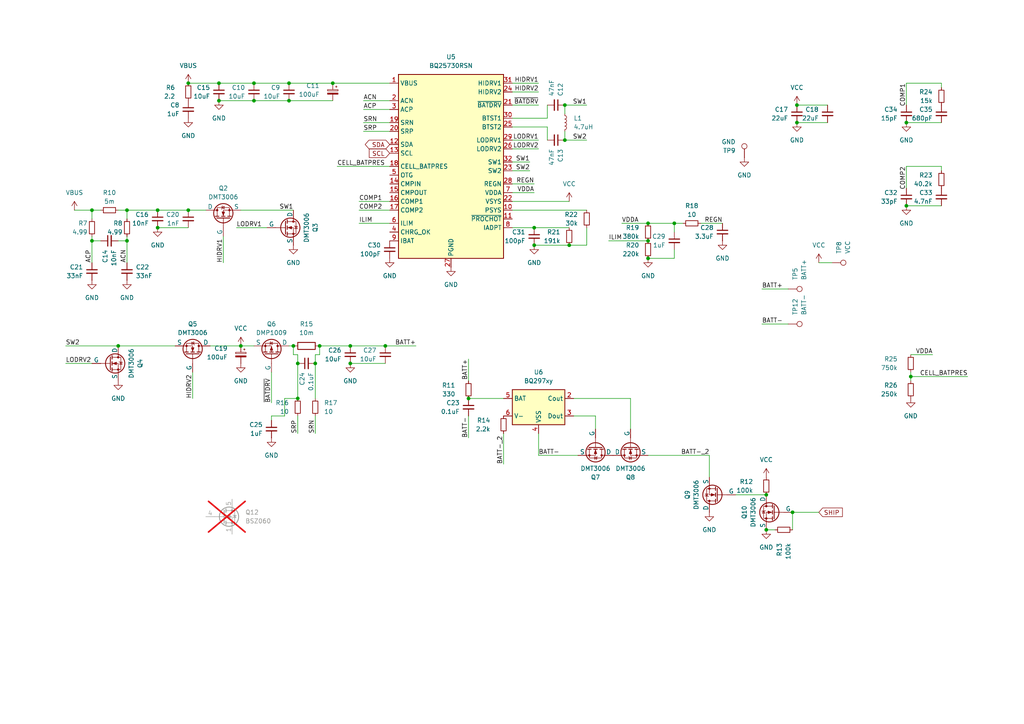
<source format=kicad_sch>
(kicad_sch (version 20250114) (generator "eeschema") (generator_version "9.0")
  (paper "A4")
  (lib_symbols
    (symbol "BQ25895RTW_1"
      (property "Reference" "U7" (at 0 31.75 0))
      (property "Value" "BQ25730RSN" (at 0 29.21 0))
      (symbol "BQ25895RTW_1_1_1"
        (pin power_in line (at -17.78 24.13 0) (length 2.54) (name "VBUS") (number "1"))
        (pin input line (at -17.78 19.05 0) (length 2.54) (name "ACN") (number "2"))
        (pin input line (at -17.78 16.51 0) (length 2.54) (name "ACP") (number "3"))
        (pin input line (at -17.78 12.7 0) (length 2.54) (name "SRN") (number "19"))
        (pin input line (at -17.78 10.16 0) (length 2.54) (name "SRP") (number "20"))
        (pin bidirectional line (at -17.78 6.35 0) (length 2.54) (name "SDA") (number "12"))
        (pin input line (at -17.78 3.81 0) (length 2.54) (name "SCL") (number "13"))
        (pin input line (at -17.78 0 0) (length 2.54) (name "CELL_BATPRES") (number "18"))
        (pin input line (at -17.78 -2.54 0) (length 2.54) (name "OTG") (number "5"))
        (pin input line (at -17.78 -5.08 0) (length 2.54) (name "CMPIN") (number "14"))
        (pin output line (at -17.78 -7.62 0) (length 2.54) (name "CMPOUT") (number "15"))
        (pin input line (at -17.78 -10.16 0) (length 2.54) (name "COMP1") (number "16"))
        (pin input line (at -17.78 -12.7 0) (length 2.54) (name "COMP2") (number "17"))
        (pin input line (at -17.78 -16.51 0) (length 2.54) (name "ILIM") (number "6"))
        (pin open_collector line (at -17.78 -19.05 0) (length 2.54) (name "CHRG_OK") (number "4"))
        (pin output line (at -17.78 -21.59 0) (length 2.54) (name "IBAT") (number "9"))
        (pin power_in line (at 0 -29.21 90) (length 2.54) (name "PGND") (number "27"))
        (pin passive line (at 0 -29.21 90) (length 2.54) (hide yes) (name "PGND") (number "33"))
        (pin output line (at 17.78 24.13 180) (length 2.54) (name "HIDRV1") (number "31"))
        (pin output line (at 17.78 21.59 180) (length 2.54) (name "HIDRV2") (number "24"))
        (pin output line (at 17.78 17.78 180) (length 2.54) (name "~{BATDRV}") (number "21"))
        (pin power_out line (at 17.78 13.97 180) (length 2.54) (name "BTST1") (number "30"))
        (pin power_out line (at 17.78 11.43 180) (length 2.54) (name "BTST2") (number "25"))
        (pin output line (at 17.78 7.62 180) (length 2.54) (name "LODRV1") (number "29"))
        (pin output line (at 17.78 5.08 180) (length 2.54) (name "LODRV2") (number "26"))
        (pin power_out line (at 17.78 1.27 180) (length 2.54) (name "SW1") (number "32"))
        (pin power_out line (at 17.78 -1.27 180) (length 2.54) (name "SW2") (number "23"))
        (pin power_out line (at 17.78 -5.08 180) (length 2.54) (name "REGN") (number "28"))
        (pin power_in line (at 17.78 -7.62 180) (length 2.54) (name "VDDA") (number "7"))
        (pin power_in line (at 17.78 -10.16 180) (length 2.54) (name "VSYS") (number "22"))
        (pin output line (at 17.78 -12.7 180) (length 2.54) (name "PSYS") (number "10"))
        (pin open_collector line (at 17.78 -15.24 180) (length 2.54) (name "~{PROCHOT}") (number "11"))
        (pin output line (at 17.78 -17.78 180) (length 2.54) (name "IADPT") (number "8"))
      )
    )
    (symbol "Battery_Management:BQ297xy"
      (property "Reference" "U" (at -6.35 6.35 0))
      (property "Value" "BQ297xy" (at 5.08 -6.35 0))
      (symbol "BQ297xy_1_1"
        (pin input line (at -10.16 2.54 0) (length 2.54) (name "BAT") (number "5"))
        (pin input line (at -10.16 -2.54 0) (length 2.54) (name "V-") (number "6"))
        (pin power_in line (at 0 -7.62 90) (length 2.54) (name "VSS") (number "4"))
        (pin no_connect line (at 7.62 0 180) (length 2.54) (hide yes) (name "NC") (number "1"))
        (pin output line (at 10.16 2.54 180) (length 2.54) (name "Cout") (number "2"))
        (pin output line (at 10.16 -2.54 180) (length 2.54) (name "Dout") (number "3"))
      )
    )
    (symbol "Connector:TestPoint" (pin_numbers (hide yes)) (pin_names (offset 0.762) (hide yes))
      (property "Reference" "TP" (at 0 6.858 0))
      (property "Value" "TestPoint" (at 0 5.08 0))
      (symbol "TestPoint_1_1"
        (pin passive line (at 0 0 90) (length 2.54) (name "1") (number "1"))
      )
    )
    (symbol "Device:C_Polarized_Small" (pin_numbers (hide yes)) (pin_names (offset 0.254) (hide yes))
      (property "Reference" "C" (at 0.254 1.778 0))
      (property "Value" "C_Polarized_Small" (at 0.254 -2.032 0))
      (symbol "C_Polarized_Small_1_1"
        (pin passive line (at 0 2.54 270) (length 1.8542) (name "~") (number "1"))
        (pin passive line (at 0 -2.54 90) (length 1.8542) (name "~") (number "2"))
      )
    )
    (symbol "Device:C_Small" (pin_numbers (hide yes)) (pin_names (offset 0.254) (hide yes))
      (property "Reference" "C" (at 0.254 1.778 0))
      (property "Value" "C_Small" (at 0.254 -2.032 0))
      (symbol "C_Small_1_1"
        (pin passive line (at 0 2.54 270) (length 2.032) (name "~") (number "1"))
        (pin passive line (at 0 -2.54 90) (length 2.032) (name "~") (number "2"))
      )
    )
    (symbol "Device:L_Small" (pin_numbers (hide yes)) (pin_names (offset 0.254) (hide yes))
      (property "Reference" "L" (at 0.762 1.016 0))
      (property "Value" "L_Small" (at 0.762 -1.016 0))
      (symbol "L_Small_1_1"
        (pin passive line (at 0 2.54 270) (length 0.508) (name "~") (number "1"))
        (pin passive line (at 0 -2.54 90) (length 0.508) (name "~") (number "2"))
      )
    )
    (symbol "Device:R" (pin_numbers (hide yes)) (pin_names (offset 0))
      (property "Reference" "R" (at 2.032 0 90))
      (property "Value" "R" (at 0 0 90))
      (symbol "R_1_1"
        (pin passive line (at 0 3.81 270) (length 1.27) (name "~") (number "1"))
        (pin passive line (at 0 -3.81 90) (length 1.27) (name "~") (number "2"))
      )
    )
    (symbol "Device:R_Small" (pin_numbers (hide yes)) (pin_names (offset 0.254) (hide yes))
      (property "Reference" "R" (at 0.762 0.508 0))
      (property "Value" "R_Small" (at 0.762 -1.016 0))
      (symbol "R_Small_1_1"
        (pin passive line (at 0 2.54 270) (length 0.762) (name "~") (number "1"))
        (pin passive line (at 0 -2.54 90) (length 0.762) (name "~") (number "2"))
      )
    )
    (symbol "NMOS_2" (pin_numbers (hide yes)) (pin_names (offset 0))
      (property "Reference" "Q11" (at 8.89 0 90))
      (property "Value" "DMT3006" (at 6.35 0 90))
      (symbol "NMOS_2_1_1"
        (pin input line (at -5.08 0 0) (length 2.54) (name "G") (number "3"))
        (pin passive line (at 2.54 5.08 270) (length 2.54) (name "D") (number "1"))
        (pin passive line (at 2.54 5.08 270) (length 2.54) (hide yes) (name "D") (number "2"))
        (pin passive line (at 2.54 5.08 270) (length 2.54) (hide yes) (name "D") (number "5"))
        (pin passive line (at 2.54 5.08 270) (length 2.54) (hide yes) (name "D") (number "6"))
        (pin passive line (at 2.54 5.08 270) (length 2.54) (hide yes) (name "D") (number "7"))
        (pin passive line (at 2.54 -5.08 90) (length 2.54) (name "S") (number "4"))
        (pin passive line (at 2.54 -5.08 90) (length 2.54) (hide yes) (name "S") (number "8"))
      )
    )
    (symbol "Simulation_SPICE:PMOS" (pin_numbers (hide yes)) (pin_names (offset 0))
      (property "Reference" "Q6" (at 8.89 0 90))
      (property "Value" "DMP1009" (at 6.35 0 90))
      (symbol "PMOS_1_1"
        (pin input line (at -5.08 0 0) (length 2.54) (name "G") (number "3"))
        (pin passive line (at 2.54 5.08 270) (length 2.54) (name "D") (number "1"))
        (pin passive line (at 2.54 5.08 270) (length 2.54) (hide yes) (name "D") (number "2"))
        (pin passive line (at 2.54 5.08 270) (length 2.54) (hide yes) (name "D") (number "5"))
        (pin passive line (at 2.54 5.08 270) (length 2.54) (hide yes) (name "D") (number "6"))
        (pin passive line (at 2.54 5.08 270) (length 2.54) (hide yes) (name "D") (number "7"))
        (pin passive line (at 2.54 -5.08 90) (length 2.54) (name "S") (number "4"))
        (pin passive line (at 2.54 -5.08 90) (length 2.54) (hide yes) (name "S") (number "8"))
      )
    )
    (symbol "Transistor_FET:DMT6008LFG" (pin_names (hide yes))
      (property "Reference" "Q" (at 5.08 1.905 0))
      (property "Value" "DMT6008LFG" (at 5.08 0 0))
      (symbol "DMT6008LFG_1_1"
        (pin passive line (at -5.08 0 0) (length 2.54) (name "G") (number "4"))
        (pin passive line (at 2.54 5.08 270) (length 2.54) (name "D") (number "5"))
        (pin passive line (at 2.54 -5.08 90) (length 2.54) (name "S") (number "1"))
        (pin passive line (at 2.54 -5.08 90) (length 2.54) (hide yes) (name "S") (number "2"))
        (pin passive line (at 2.54 -5.08 90) (length 2.54) (hide yes) (name "S") (number "3"))
      )
    )
    (symbol "power:GND" (power) (pin_numbers (hide yes)) (pin_names (offset 0) (hide yes))
      (property "Value" "GND" (at 0 -3.81 0))
      (symbol "GND_1_1"
        (pin power_in line (at 0 0 270) (length 0) (name "~") (number "1"))
      )
    )
    (symbol "power:VBUS" (power) (pin_numbers (hide yes)) (pin_names (offset 0) (hide yes))
      (property "Value" "VBUS" (at 0 3.556 0))
      (symbol "VBUS_1_1"
        (pin power_in line (at 0 0 90) (length 0) (name "~") (number "1"))
      )
    )
    (symbol "power:VCC" (power) (pin_numbers (hide yes)) (pin_names (offset 0) (hide yes))
      (property "Value" "VCC" (at 0 3.556 0))
      (symbol "VCC_1_1"
        (pin power_in line (at 0 0 90) (length 0) (name "~") (number "1"))
      )
    )
  )
  (junction (at 154.94 71.12))
  (junction (at 222.25 143.51))
  (junction (at 85.09 100.33))
  (junction (at 222.25 153.67))
  (junction (at 195.58 64.77))
  (junction (at 96.52 24.13))
  (junction (at 135.89 115.57))
  (junction (at 54.61 60.96))
  (junction (at 45.72 60.96))
  (junction (at 91.44 105.41))
  (junction (at 187.96 69.85))
  (junction (at 101.6 100.33))
  (junction (at 101.6 105.41))
  (junction (at 63.5 24.13))
  (junction (at 86.36 105.41))
  (junction (at 163.83 30.48))
  (junction (at 187.96 74.93))
  (junction (at 36.83 60.96))
  (junction (at 45.72 66.04))
  (junction (at 73.66 24.13))
  (junction (at 187.96 64.77))
  (junction (at 83.82 29.21))
  (junction (at 231.14 30.48))
  (junction (at 73.66 29.21))
  (junction (at 86.36 115.57))
  (junction (at 111.76 100.33))
  (junction (at 264.16 109.22))
  (junction (at 92.71 100.33))
  (junction (at 231.14 35.56))
  (junction (at 165.1 71.12))
  (junction (at 34.29 100.33))
  (junction (at 26.67 60.96))
  (junction (at 262.89 59.69))
  (junction (at 69.85 100.33))
  (junction (at 83.82 24.13))
  (junction (at 262.89 35.56))
  (junction (at 154.94 66.04))
  (junction (at 36.83 69.85))
  (junction (at 229.87 148.59))
  (junction (at 163.83 40.64))
  (junction (at 26.67 69.85))
  (junction (at 54.61 24.13))
  (junction (at 63.5 29.21))
  (wire (pts (xy 82.55 115.57) (xy 86.36 115.57)))
  (wire (pts (xy 26.67 68.58) (xy 26.67 69.85)))
  (wire (pts (xy 82.55 120.65) (xy 82.55 115.57)))
  (wire (pts (xy 273.05 48.26) (xy 262.89 48.26)))
  (wire (pts (xy 273.05 24.13) (xy 262.89 24.13)))
  (wire (pts (xy 45.72 60.96) (xy 54.61 60.96)))
  (wire (pts (xy 264.16 109.22) (xy 280.67 109.22)))
  (wire (pts (xy 229.87 153.67) (xy 229.87 148.59)))
  (wire (pts (xy 85.09 102.87) (xy 85.09 100.33)))
  (wire (pts (xy 195.58 74.93) (xy 187.96 74.93)))
  (wire (pts (xy 64.77 68.58) (xy 64.77 76.2)))
  (wire (pts (xy 148.59 49.53) (xy 153.67 49.53)))
  (wire (pts (xy 148.59 24.13) (xy 156.21 24.13)))
  (wire (pts (xy 105.41 35.56) (xy 113.03 35.56)))
  (wire (pts (xy 101.6 105.41) (xy 111.76 105.41)))
  (wire (pts (xy 101.6 100.33) (xy 111.76 100.33)))
  (wire (pts (xy 203.2 64.77) (xy 209.55 64.77)))
  (wire (pts (xy 73.66 24.13) (xy 83.82 24.13)))
  (wire (pts (xy 176.53 69.85) (xy 187.96 69.85)))
  (wire (pts (xy 83.82 29.21) (xy 96.52 29.21)))
  (wire (pts (xy 158.75 36.83) (xy 158.75 40.64)))
  (wire (pts (xy 104.14 58.42) (xy 113.03 58.42)))
  (wire (pts (xy 34.29 69.85) (xy 36.83 69.85)))
  (wire (pts (xy 91.44 102.87) (xy 92.71 102.87)))
  (wire (pts (xy 92.71 100.33) (xy 101.6 100.33)))
  (wire (pts (xy 36.83 68.58) (xy 36.83 69.85)))
  (wire (pts (xy 19.05 105.41) (xy 26.67 105.41)))
  (wire (pts (xy 105.41 31.75) (xy 113.03 31.75)))
  (wire (pts (xy 68.58 66.04) (xy 77.47 66.04)))
  (wire (pts (xy 182.88 115.57) (xy 166.37 115.57)))
  (wire (pts (xy 73.66 29.21) (xy 83.82 29.21)))
  (wire (pts (xy 163.83 40.64) (xy 163.83 38.1)))
  (wire (pts (xy 156.21 132.08) (xy 156.21 125.73)))
  (wire (pts (xy 26.67 69.85) (xy 29.21 69.85)))
  (wire (pts (xy 172.72 124.46) (xy 172.72 120.65)))
  (wire (pts (xy 36.83 60.96) (xy 36.83 63.5)))
  (wire (pts (xy 241.3 76.2) (xy 237.49 76.2)))
  (wire (pts (xy 273.05 49.53) (xy 273.05 48.26)))
  (wire (pts (xy 26.67 60.96) (xy 29.21 60.96)))
  (wire (pts (xy 148.59 36.83) (xy 158.75 36.83)))
  (wire (pts (xy 156.21 132.08) (xy 167.64 132.08)))
  (wire (pts (xy 154.94 71.12) (xy 165.1 71.12)))
  (wire (pts (xy 96.52 24.13) (xy 113.03 24.13)))
  (wire (pts (xy 69.85 100.33) (xy 73.66 100.33)))
  (wire (pts (xy 21.59 60.96) (xy 26.67 60.96)))
  (wire (pts (xy 148.59 58.42) (xy 165.1 58.42)))
  (wire (pts (xy 148.59 55.88) (xy 154.94 55.88)))
  (wire (pts (xy 148.59 26.67) (xy 156.21 26.67)))
  (wire (pts (xy 26.67 60.96) (xy 26.67 63.5)))
  (wire (pts (xy 180.34 64.77) (xy 187.96 64.77)))
  (wire (pts (xy 86.36 115.57) (xy 86.36 105.41)))
  (wire (pts (xy 264.16 110.49) (xy 264.16 109.22)))
  (wire (pts (xy 54.61 24.13) (xy 63.5 24.13)))
  (wire (pts (xy 36.83 69.85) (xy 36.83 76.2)))
  (wire (pts (xy 165.1 66.04) (xy 154.94 66.04)))
  (wire (pts (xy 146.05 125.73) (xy 146.05 134.62)))
  (wire (pts (xy 182.88 124.46) (xy 182.88 115.57)))
  (wire (pts (xy 148.59 46.99) (xy 153.67 46.99)))
  (wire (pts (xy 273.05 25.4) (xy 273.05 24.13)))
  (wire (pts (xy 45.72 66.04) (xy 54.61 66.04)))
  (wire (pts (xy 92.71 102.87) (xy 92.71 100.33)))
  (wire (pts (xy 86.36 102.87) (xy 85.09 102.87)))
  (wire (pts (xy 220.98 83.82) (xy 228.6 83.82)))
  (wire (pts (xy 148.59 53.34) (xy 154.94 53.34)))
  (wire (pts (xy 195.58 67.31) (xy 195.58 64.77)))
  (wire (pts (xy 264.16 109.22) (xy 264.16 107.95)))
  (wire (pts (xy 86.36 105.41) (xy 86.36 102.87)))
  (wire (pts (xy 172.72 120.65) (xy 166.37 120.65)))
  (wire (pts (xy 135.89 104.14) (xy 135.89 110.49)))
  (wire (pts (xy 222.25 153.67) (xy 224.79 153.67)))
  (wire (pts (xy 34.29 60.96) (xy 36.83 60.96)))
  (wire (pts (xy 262.89 48.26) (xy 262.89 54.61)))
  (wire (pts (xy 63.5 24.13) (xy 73.66 24.13)))
  (wire (pts (xy 135.89 115.57) (xy 146.05 115.57)))
  (wire (pts (xy 148.59 66.04) (xy 154.94 66.04)))
  (wire (pts (xy 231.14 35.56) (xy 240.03 35.56)))
  (wire (pts (xy 205.74 132.08) (xy 205.74 138.43)))
  (wire (pts (xy 86.36 120.65) (xy 86.36 125.73)))
  (wire (pts (xy 195.58 72.39) (xy 195.58 74.93)))
  (wire (pts (xy 91.44 105.41) (xy 91.44 102.87)))
  (wire (pts (xy 34.29 100.33) (xy 50.8 100.33)))
  (wire (pts (xy 78.74 120.65) (xy 82.55 120.65)))
  (wire (pts (xy 262.89 59.69) (xy 273.05 59.69)))
  (wire (pts (xy 19.05 100.33) (xy 34.29 100.33)))
  (wire (pts (xy 148.59 30.48) (xy 156.21 30.48)))
  (wire (pts (xy 78.74 121.92) (xy 78.74 120.65)))
  (wire (pts (xy 111.76 100.33) (xy 120.65 100.33)))
  (wire (pts (xy 148.59 40.64) (xy 156.21 40.64)))
  (wire (pts (xy 220.98 93.98) (xy 228.6 93.98)))
  (wire (pts (xy 105.41 29.21) (xy 113.03 29.21)))
  (wire (pts (xy 59.69 60.96) (xy 54.61 60.96)))
  (wire (pts (xy 104.14 60.96) (xy 113.03 60.96)))
  (wire (pts (xy 63.5 29.21) (xy 73.66 29.21)))
  (wire (pts (xy 264.16 102.87) (xy 270.51 102.87)))
  (wire (pts (xy 163.83 30.48) (xy 163.83 33.02)))
  (wire (pts (xy 163.83 40.64) (xy 170.18 40.64)))
  (wire (pts (xy 148.59 34.29) (xy 158.75 34.29)))
  (wire (pts (xy 163.83 30.48) (xy 170.18 30.48)))
  (wire (pts (xy 36.83 60.96) (xy 45.72 60.96)))
  (wire (pts (xy 60.96 100.33) (xy 69.85 100.33)))
  (wire (pts (xy 97.79 48.26) (xy 113.03 48.26)))
  (wire (pts (xy 69.85 60.96) (xy 85.09 60.96)))
  (wire (pts (xy 187.96 64.77) (xy 195.58 64.77)))
  (wire (pts (xy 170.18 66.04) (xy 170.18 71.12)))
  (wire (pts (xy 26.67 69.85) (xy 26.67 76.2)))
  (wire (pts (xy 105.41 38.1) (xy 113.03 38.1)))
  (wire (pts (xy 158.75 34.29) (xy 158.75 30.48)))
  (wire (pts (xy 229.87 148.59) (xy 237.49 148.59)))
  (wire (pts (xy 55.88 107.95) (xy 55.88 115.57)))
  (wire (pts (xy 104.14 64.77) (xy 113.03 64.77)))
  (wire (pts (xy 213.36 143.51) (xy 222.25 143.51)))
  (wire (pts (xy 170.18 71.12) (xy 165.1 71.12)))
  (wire (pts (xy 83.82 24.13) (xy 96.52 24.13)))
  (wire (pts (xy 187.96 132.08) (xy 205.74 132.08)))
  (wire (pts (xy 231.14 30.48) (xy 240.03 30.48)))
  (wire (pts (xy 91.44 115.57) (xy 91.44 105.41)))
  (wire (pts (xy 91.44 120.65) (xy 91.44 125.73)))
  (wire (pts (xy 195.58 64.77) (xy 198.12 64.77)))
  (wire (pts (xy 135.89 120.65) (xy 135.89 127)))
  (wire (pts (xy 148.59 43.18) (xy 156.21 43.18)))
  (wire (pts (xy 148.59 60.96) (xy 170.18 60.96)))
  (wire (pts (xy 262.89 35.56) (xy 273.05 35.56)))
  (wire (pts (xy 262.89 24.13) (xy 262.89 30.48)))
  (wire (pts (xy 78.74 107.95) (xy 78.74 116.84)))
  (wire (pts (xy 83.82 100.33) (xy 85.09 100.33)))
  (label "CELL_BATPRES" (at 97.79 48.26 0))
  (label "SW2" (at 170.18 40.64 180))
  (label "SRN" (at 105.41 35.56 0))
  (label "ACP" (at 26.67 76.2 90))
  (label "HIDRV1" (at 156.21 24.13 180))
  (label "COMP2" (at 262.89 48.26 270))
  (label "BATT-" (at 135.89 127 90))
  (label "HIDRV2" (at 156.21 26.67 180))
  (label "BATT-_2" (at 205.74 132.08 180))
  (label "~{BATDRV}" (at 156.21 30.48 180))
  (label "ILIM" (at 104.14 64.77 0))
  (label "VDDA" (at 270.51 102.87 180))
  (label "BATT+" (at 135.89 104.14 270))
  (label "COMP1" (at 104.14 58.42 0))
  (label "HIDRV2" (at 55.88 115.57 90))
  (label "SW1" (at 170.18 30.48 180))
  (label "CELL_BATPRES" (at 280.67 109.22 180))
  (label "SRP" (at 105.41 38.1 0))
  (label "REGN" (at 154.94 53.34 180))
  (label "SW1" (at 153.67 46.99 180))
  (label "HIDRV1" (at 64.77 76.2 90))
  (label "BATT-" (at 220.98 93.98 0))
  (label "BATT-" (at 156.21 132.08 0))
  (label "COMP1" (at 262.89 24.13 270))
  (label "SW2" (at 19.05 100.33 0))
  (label "VDDA" (at 180.34 64.77 0))
  (label "COMP2" (at 104.14 60.96 0))
  (label "~{BATDRV}" (at 78.74 116.84 90))
  (label "LODRV1" (at 156.21 40.64 180))
  (label "ILIM" (at 176.53 69.85 0))
  (label "BATT+" (at 220.98 83.82 0))
  (label "BATT+" (at 120.65 100.33 180))
  (label "BATT-_2" (at 146.05 134.62 90))
  (label "REGN" (at 209.55 64.77 180))
  (label "ACP" (at 105.41 31.75 0))
  (label "ACN" (at 105.41 29.21 0))
  (label "VDDA" (at 154.94 55.88 180))
  (label "LODRV1" (at 68.58 66.04 0))
  (label "SRN" (at 91.44 125.73 90))
  (label "LODRV2" (at 156.21 43.18 180))
  (label "SW1" (at 85.09 60.96 180))
  (label "LODRV2" (at 19.05 105.41 0))
  (label "SRP" (at 86.36 125.73 90))
  (label "SW2" (at 153.67 49.53 180))
  (label "ACN" (at 36.83 76.2 90))
  (global_label "SDA" (shape bidirectional) (at 113.03 41.91 180) (property "Intersheetrefs" "${INTERSHEET_REFS}" (effects (hide yes))))
  (global_label "SHIP" (shape input) (at 237.49 148.59 0) (property "Intersheetrefs" "${INTERSHEET_REFS}" (effects (hide yes))))
  (global_label "SCL" (shape input) (at 113.03 44.45 180) (property "Intersheetrefs" "${INTERSHEET_REFS}" (effects (hide yes))))
  (symbol (lib_id "Device:C_Small") (at 231.14 33.02 0) (mirror y) (unit 1)
    (property "Reference" "C17" (at 228.6 31.7562 0) (effects (justify left)))
    (property "Value" "22uF" (at 228.6 34.2962 0) (effects (justify left)))
    (property "Footprint" "Capacitor_SMD:C_0402_1005Metric" (effects (hide yes)))
    (property "Description" "Unpolarized capacitor, small symbol" (effects (hide yes)))
  )
  (symbol (lib_id "Device:C_Polarized_Small") (at 69.85 102.87 0) (mirror y) (unit 1)
    (property "Reference" "C19" (at 66.04 101.0538 0) (effects (justify left)))
    (property "Value" "100uF" (at 66.04 103.5938 0) (effects (justify left)))
    (property "Footprint" "Capacitor_Tantalum_SMD:CP_EIA-3216-10_Kemet-I" (effects (hide yes)))
    (property "Description" "Polarized capacitor, small symbol" (effects (hide yes)))
    (property "Digikey" "https://www.digikey.com.au/en/products/detail/vishay-sprague/TL8A0107M6R3C/3883158" (effects (hide yes)))
  )
  (symbol (lib_id "Device:C_Small") (at 54.61 63.5 0) (mirror y) (unit 1)
    (property "Reference" "C20" (at 52.07 62.2362 0) (effects (justify left)))
    (property "Value" "1nF" (at 52.07 64.7762 0) (effects (justify left)))
    (property "Footprint" "Capacitor_SMD:C_0402_1005Metric" (effects (hide yes)))
    (property "Description" "Unpolarized capacitor, small symbol" (effects (hide yes)))
  )
  (symbol (lib_name "NMOS_2") (lib_id "Simulation_SPICE:NMOS") (at 64.77 63.5 90) (unit 1)
    (property "Reference" "Q2" (at 64.77 54.61 90))
    (property "Value" "DMT3006" (at 64.77 57.15 90))
    (property "Footprint" "Package_DFN_QFN:Diodes_UDFN2020-6_Type-F" (effects (hide yes)))
    (property "Datasheet" "https://www.diodes.com/assets/Datasheets/DMT3006LFDF.pdf" (effects (hide yes)))
    (property "Description" "N-MOSFET transistor, drain/source/gate" (effects (hide yes)))
    (property "Sim.Device" "NMOS" (effects (hide yes)))
    (property "Sim.Type" "VDMOS" (effects (hide yes)))
    (property "Sim.Pins" "1=D 2=G 3=S" (effects (hide yes)))
    (property "Digikey" "https://www.digikey.com.au/en/products/detail/diodes-incorporated/DMT3006LFDF-7/6187333" (effects (hide yes)))
  )
  (symbol (lib_id "Connector:TestPoint") (at 228.6 83.82 270) (unit 1)
    (property "Reference" "TP5" (at 230.6319 81.28 0) (effects (justify right)))
    (property "Value" "BATT+" (at 233.1719 81.28 0) (effects (justify right)))
    (property "Footprint" "TestPoint:TestPoint_Plated_Hole_D2.0mm" (effects (hide yes)))
    (property "Description" "test point" (effects (hide yes)))
  )
  (symbol (lib_id "power:VCC") (at 231.14 30.48 0) (unit 1)
    (property "Reference" "#PWR046" (effects (hide yes)))
    (property "Value" "VCC" (at 231.14 25.4 0))
    (property "Description" "Power symbol creates a global label with name \"VCC\"" (effects (hide yes)))
  )
  (symbol (lib_id "Device:R_Small") (at 227.33 153.67 270) (mirror x) (unit 1)
    (property "Reference" "R13" (at 226.0599 157.48 0) (effects (justify right)))
    (property "Value" "100k" (at 228.5999 157.48 0) (effects (justify right)))
    (property "Footprint" "Resistor_SMD:R_0402_1005Metric" (effects (hide yes)))
    (property "Description" "Resistor, small symbol" (effects (hide yes)))
  )
  (symbol (lib_name "NMOS_2") (lib_id "Simulation_SPICE:NMOS") (at 172.72 129.54 270) (unit 1)
    (property "Reference" "Q7" (at 172.72 138.43 90))
    (property "Value" "DMT3006" (at 172.72 135.89 90))
    (property "Footprint" "Package_DFN_QFN:Diodes_UDFN2020-6_Type-F" (effects (hide yes)))
    (property "Datasheet" "https://www.diodes.com/assets/Datasheets/DMT3006LFDF.pdf" (effects (hide yes)))
    (property "Description" "N-MOSFET transistor, drain/source/gate" (effects (hide yes)))
    (property "Sim.Device" "NMOS" (effects (hide yes)))
    (property "Sim.Type" "VDMOS" (effects (hide yes)))
    (property "Sim.Pins" "1=D 2=G 3=S" (effects (hide yes)))
    (property "Digikey" "https://www.digikey.com.au/en/products/detail/diodes-incorporated/DMT3006LFDF-7/6187333" (effects (hide yes)))
  )
  (symbol (lib_id "Device:R_Small") (at 165.1 68.58 0) (mirror x) (unit 1)
    (property "Reference" "R21" (at 162.56 67.3099 0) (effects (justify right)))
    (property "Value" "191k" (at 162.56 69.8499 0) (effects (justify right)))
    (property "Footprint" "Resistor_SMD:R_0402_1005Metric" (effects (hide yes)))
    (property "Description" "Resistor, small symbol" (effects (hide yes)))
  )
  (symbol (lib_id "Device:C_Small") (at 73.66 26.67 0) (mirror y) (unit 1)
    (property "Reference" "C10" (at 71.12 25.4062 0) (effects (justify left)))
    (property "Value" "10uF" (at 71.12 27.9462 0) (effects (justify left)))
    (property "Footprint" "Capacitor_SMD:C_0603_1608Metric" (effects (hide yes)))
    (property "Description" "Unpolarized capacitor, small symbol" (effects (hide yes)))
  )
  (symbol (lib_id "power:GND") (at 215.9 45.72 0) (unit 1)
    (property "Reference" "#PWR045" (effects (hide yes)))
    (property "Value" "GND" (at 215.9 50.8 0))
    (property "Description" "Power symbol creates a global label with name \"GND\" , ground" (effects (hide yes)))
  )
  (symbol (lib_id "power:GND") (at 34.29 110.49 0) (unit 1)
    (property "Reference" "#PWR051" (effects (hide yes)))
    (property "Value" "GND" (at 34.29 115.57 0))
    (property "Description" "Power symbol creates a global label with name \"GND\" , ground" (effects (hide yes)))
  )
  (symbol (lib_id "Device:R_Small") (at 273.05 27.94 0) (mirror x) (unit 1)
    (property "Reference" "R24" (at 270.51 26.6699 0) (effects (justify right)))
    (property "Value" "15k" (at 270.51 29.2099 0) (effects (justify right)))
    (property "Footprint" "Resistor_SMD:R_0402_1005Metric" (effects (hide yes)))
    (property "Description" "Resistor, small symbol" (effects (hide yes)))
  )
  (symbol (lib_name "BQ25895RTW_1") (lib_id "Battery_Management:BQ25895RTW") (at 130.81 48.26 0) (unit 1)
    (property "Reference" "U5" (at 130.81 16.51 0))
    (property "Value" "BQ25730RSN" (at 130.81 19.05 0))
    (property "Footprint" "Package_DFN_QFN:Texas_RSN_WQFN-32-1EP_4x4mm_P0.4mm_EP2.8x2.8mm_ThermalVias" (effects (hide yes)))
    (property "Datasheet" "https://www.ti.com/lit/ds/symlink/bq25730.pdf" (effects (hide yes)))
    (property "Description" "I2C Controlled Single Cell (Li-Ion / Li-Polymer) 5A Fast Charger with MaxCharge, USB BC1.2 Detection, 3.9..14V VBUS, 3.840..4.608V charge voltage range, 1.5 MHz (buck mode) and 500 kHz /1.5 MHz (boost mode), WQFN-24" (effects (hide yes)))
    (property "Digikey" "https://www.digikey.com.au/en/products/detail/texas-instruments/BQ25730RSNR/13896423" (effects (hide yes)))
  )
  (symbol (lib_id "Device:R_Small") (at 146.05 123.19 0) (mirror x) (unit 1)
    (property "Reference" "R14" (at 142.24 121.9199 0) (effects (justify right)))
    (property "Value" "2.2k" (at 142.24 124.4599 0) (effects (justify right)))
    (property "Footprint" "Resistor_SMD:R_0402_1005Metric" (effects (hide yes)))
    (property "Description" "Resistor, small symbol" (effects (hide yes)))
  )
  (symbol (lib_id "Device:C_Small") (at 111.76 102.87 0) (mirror y) (unit 1)
    (property "Reference" "C27" (at 109.22 101.6062 0) (effects (justify left)))
    (property "Value" "10uF" (at 109.22 104.1462 0) (effects (justify left)))
    (property "Footprint" "Capacitor_SMD:C_0603_1608Metric" (effects (hide yes)))
    (property "Description" "Unpolarized capacitor, small symbol" (effects (hide yes)))
  )
  (symbol (lib_id "power:VCC") (at 222.25 138.43 0) (unit 1)
    (property "Reference" "#PWR0103" (effects (hide yes)))
    (property "Value" "VCC" (at 222.25 133.35 0))
    (property "Description" "Power symbol creates a global label with name \"VCC\"" (effects (hide yes)))
  )
  (symbol (lib_id "Simulation_SPICE:PMOS") (at 78.74 102.87 270) (mirror x) (unit 1)
    (property "Reference" "Q6" (at 78.74 93.98 90))
    (property "Value" "DMP1009" (at 78.74 96.52 90))
    (property "Footprint" "Package_DFN_QFN:Diodes_UDFN2020-6_Type-F" (effects (hide yes)))
    (property "Datasheet" "https://ngspice.sourceforge.io/docs/ngspice-html-manual/manual.xhtml#cha_MOSFETs" (effects (hide yes)))
    (property "Description" "P-MOSFET transistor, drain/source/gate" (effects (hide yes)))
    (property "Sim.Device" "PMOS" (effects (hide yes)))
    (property "Sim.Type" "VDMOS" (effects (hide yes)))
    (property "Sim.Pins" "1=D 2=G 3=S" (effects (hide yes)))
    (property "Digikey" "https://www.digikey.com.au/en/products/detail/diodes-incorporated/DMP1009UFDF-7/7666861" (effects (hide yes)))
  )
  (symbol (lib_id "Connector:TestPoint") (at 215.9 45.72 0) (unit 1)
    (property "Reference" "TP9" (at 213.36 43.6881 0) (effects (justify right)))
    (property "Value" "GND" (at 213.36 41.1481 0) (effects (justify right)))
    (property "Footprint" "TestPoint:TestPoint_Plated_Hole_D2.0mm" (effects (hide yes)))
    (property "Description" "test point" (effects (hide yes)))
  )
  (symbol (lib_id "power:GND") (at 130.81 77.47 0) (unit 1)
    (property "Reference" "#PWR040" (effects (hide yes)))
    (property "Value" "GND" (at 130.81 82.55 0))
    (property "Description" "Power symbol creates a global label with name \"GND\" , ground" (effects (hide yes)))
  )
  (symbol (lib_id "power:VCC") (at 165.1 58.42 0) (unit 1)
    (property "Reference" "#PWR053" (effects (hide yes)))
    (property "Value" "VCC" (at 165.1 53.34 0))
    (property "Description" "Power symbol creates a global label with name \"VCC\"" (effects (hide yes)))
  )
  (symbol (lib_id "Connector:TestPoint") (at 241.3 76.2 270) (unit 1)
    (property "Reference" "TP8" (at 243.3319 73.66 0) (effects (justify right)))
    (property "Value" "VCC" (at 245.8719 73.66 0) (effects (justify right)))
    (property "Footprint" "TestPoint:TestPoint_Plated_Hole_D2.0mm" (effects (hide yes)))
    (property "Description" "test point" (effects (hide yes)))
  )
  (symbol (lib_id "Device:C_Small") (at 262.89 33.02 0) (mirror y) (unit 1)
    (property "Reference" "C34" (at 260.35 31.7562 0) (effects (justify left)))
    (property "Value" "15pF" (at 260.35 34.2962 0) (effects (justify left)))
    (property "Footprint" "Capacitor_SMD:C_0402_1005Metric" (effects (hide yes)))
    (property "Description" "Unpolarized capacitor, small symbol" (effects (hide yes)))
  )
  (symbol (lib_name "NMOS_2") (lib_id "Simulation_SPICE:NMOS") (at 82.55 66.04 0) (unit 1)
    (property "Reference" "Q3" (at 91.44 66.04 90))
    (property "Value" "DMT3006" (at 88.9 66.04 90))
    (property "Footprint" "Package_DFN_QFN:Diodes_UDFN2020-6_Type-F" (effects (hide yes)))
    (property "Datasheet" "https://www.diodes.com/assets/Datasheets/DMT3006LFDF.pdf" (effects (hide yes)))
    (property "Description" "N-MOSFET transistor, drain/source/gate" (effects (hide yes)))
    (property "Sim.Device" "NMOS" (effects (hide yes)))
    (property "Sim.Type" "VDMOS" (effects (hide yes)))
    (property "Sim.Pins" "1=D 2=G 3=S" (effects (hide yes)))
    (property "Digikey" "https://www.digikey.com.au/en/products/detail/diodes-incorporated/DMT3006LFDF-7/6187333" (effects (hide yes)))
  )
  (symbol (lib_id "Device:C_Small") (at 240.03 33.02 0) (mirror y) (unit 1)
    (property "Reference" "C18" (at 237.49 31.7562 0) (effects (justify left)))
    (property "Value" "22uF" (at 237.49 34.2962 0) (effects (justify left)))
    (property "Footprint" "Capacitor_SMD:C_0402_1005Metric" (effects (hide yes)))
    (property "Description" "Unpolarized capacitor, small symbol" (effects (hide yes)))
  )
  (symbol (lib_id "Device:R_Small") (at 36.83 66.04 0) (mirror x) (unit 1)
    (property "Reference" "R8" (at 35.56 64.7699 0) (effects (justify right)))
    (property "Value" "4.99" (at 35.56 67.3099 0) (effects (justify right)))
    (property "Footprint" "Resistor_SMD:R_0402_1005Metric" (effects (hide yes)))
    (property "Description" "Resistor, small symbol" (effects (hide yes)))
  )
  (symbol (lib_id "power:GND") (at 113.03 74.93 0) (unit 1)
    (property "Reference" "#PWR059" (effects (hide yes)))
    (property "Value" "GND" (at 113.03 80.01 0))
    (property "Description" "Power symbol creates a global label with name \"GND\" , ground" (effects (hide yes)))
  )
  (symbol (lib_id "Device:C_Small") (at 135.89 118.11 0) (mirror y) (unit 1)
    (property "Reference" "C23" (at 133.35 116.8462 0) (effects (justify left)))
    (property "Value" "0.1uF" (at 133.35 119.3862 0) (effects (justify left)))
    (property "Footprint" "Capacitor_SMD:C_0402_1005Metric" (effects (hide yes)))
    (property "Description" "Unpolarized capacitor, small symbol" (effects (hide yes)))
  )
  (symbol (lib_name "NMOS_2") (lib_id "Simulation_SPICE:NMOS") (at 182.88 129.54 90) (mirror x) (unit 1)
    (property "Reference" "Q8" (at 182.88 138.43 90))
    (property "Value" "DMT3006" (at 182.88 135.89 90))
    (property "Footprint" "Package_DFN_QFN:Diodes_UDFN2020-6_Type-F" (effects (hide yes)))
    (property "Datasheet" "https://www.diodes.com/assets/Datasheets/DMT3006LFDF.pdf" (effects (hide yes)))
    (property "Description" "N-MOSFET transistor, drain/source/gate" (effects (hide yes)))
    (property "Sim.Device" "NMOS" (effects (hide yes)))
    (property "Sim.Type" "VDMOS" (effects (hide yes)))
    (property "Sim.Pins" "1=D 2=G 3=S" (effects (hide yes)))
    (property "Digikey" "https://www.digikey.com.au/en/products/detail/diodes-incorporated/DMT3006LFDF-7/6187333" (effects (hide yes)))
  )
  (symbol (lib_id "power:GND") (at 222.25 153.67 0) (unit 1)
    (property "Reference" "#PWR0102" (effects (hide yes)))
    (property "Value" "GND" (at 222.25 158.75 0))
    (property "Description" "Power symbol creates a global label with name \"GND\" , ground" (effects (hide yes)))
  )
  (symbol (lib_id "Device:C_Small") (at 36.83 78.74 0) (unit 1)
    (property "Reference" "C22" (at 39.37 77.4762 0) (effects (justify left)))
    (property "Value" "33nF" (at 39.37 80.0162 0) (effects (justify left)))
    (property "Footprint" "Capacitor_SMD:C_0402_1005Metric" (effects (hide yes)))
    (property "Description" "Unpolarized capacitor, small symbol" (effects (hide yes)))
  )
  (symbol (lib_id "Transistor_FET:DMT6008LFG") (at 64.77 149.86 0) (unit 1) (exclude_from_sim yes) (in_bom no) (on_board no) (dnp yes)
    (property "Reference" "Q12" (at 71.12 148.5899 0) (effects (justify left)))
    (property "Value" "BSZ060" (at 71.12 151.1299 0) (effects (justify left)))
    (property "Footprint" "Package_SO:Vishay_PowerPAK_1212-8_Single" (effects (hide yes)))
    (property "Datasheet" "https://www.infineon.com/assets/row/public/documents/24/49/infineon-bsz060ne2ls-datasheet-en.pdf" (effects (hide yes)))
    (property "Description" "60A Id, 60V Vds, N-Channel Enhancement Mode MOSFET, 7.5mOhm Ron, 50.4nC Qg(typ), PowerDI-3333-8" (effects (hide yes)))
    (property "Digikey" "https://www.digikey.com.au/en/products/detail/infineon-technologies/BSZ060NE2LSATMA1/2783243" (effects (hide yes)))
  )
  (symbol (lib_id "Device:C_Small") (at 101.6 102.87 0) (mirror y) (unit 1)
    (property "Reference" "C26" (at 99.06 101.6062 0) (effects (justify left)))
    (property "Value" "10uF" (at 99.06 104.1462 0) (effects (justify left)))
    (property "Footprint" "Capacitor_SMD:C_0603_1608Metric" (effects (hide yes)))
    (property "Description" "Unpolarized capacitor, small symbol" (effects (hide yes)))
  )
  (symbol (lib_id "power:GND") (at 262.89 59.69 0) (unit 1)
    (property "Reference" "#PWR061" (effects (hide yes)))
    (property "Value" "GND" (at 262.89 64.77 0))
    (property "Description" "Power symbol creates a global label with name \"GND\" , ground" (effects (hide yes)))
  )
  (symbol (lib_id "Device:C_Small") (at 161.29 40.64 270) (unit 1)
    (property "Reference" "C13" (at 162.5538 43.18 0) (effects (justify left)))
    (property "Value" "47nF" (at 160.0138 43.18 0) (effects (justify left)))
    (property "Footprint" "Capacitor_SMD:C_0402_1005Metric" (effects (hide yes)))
    (property "Description" "Unpolarized capacitor, small symbol" (effects (hide yes)))
  )
  (symbol (lib_id "power:GND") (at 101.6 105.41 0) (unit 1)
    (property "Reference" "#PWR055" (effects (hide yes)))
    (property "Value" "GND" (at 101.6 110.49 0))
    (property "Description" "Power symbol creates a global label with name \"GND\" , ground" (effects (hide yes)))
  )
  (symbol (lib_name "NMOS_2") (lib_id "Simulation_SPICE:NMOS") (at 224.79 148.59 0) (mirror y) (unit 1)
    (property "Reference" "Q10" (at 215.9 148.59 90))
    (property "Value" "DMT3006" (at 218.44 148.59 90))
    (property "Footprint" "Package_DFN_QFN:Diodes_UDFN2020-6_Type-F" (effects (hide yes)))
    (property "Datasheet" "https://www.diodes.com/assets/Datasheets/DMT3006LFDF.pdf" (effects (hide yes)))
    (property "Description" "N-MOSFET transistor, drain/source/gate" (effects (hide yes)))
    (property "Sim.Device" "NMOS" (effects (hide yes)))
    (property "Sim.Type" "VDMOS" (effects (hide yes)))
    (property "Sim.Pins" "1=D 2=G 3=S" (effects (hide yes)))
    (property "Digikey" "https://www.digikey.com.au/en/products/detail/diodes-incorporated/DMT3006LFDF-7/6187333" (effects (hide yes)))
  )
  (symbol (lib_id "Device:C_Small") (at 88.9 105.41 90) (mirror x) (unit 1)
    (property "Reference" "C24" (at 87.6362 107.95 0) (effects (justify left)))
    (property "Value" "0.1uF" (at 90.1762 107.95 0) (effects (justify left)))
    (property "Footprint" "Capacitor_SMD:C_0402_1005Metric" (effects (hide yes)))
    (property "Description" "Unpolarized capacitor, small symbol" (effects (hide yes)))
  )
  (symbol (lib_id "Device:C_Small") (at 273.05 33.02 0) (mirror y) (unit 1)
    (property "Reference" "C35" (at 270.51 31.7562 0) (effects (justify left)))
    (property "Value" "680pF" (at 270.51 34.2962 0) (effects (justify left)))
    (property "Footprint" "Capacitor_SMD:C_0402_1005Metric" (effects (hide yes)))
    (property "Description" "Unpolarized capacitor, small symbol" (effects (hide yes)))
  )
  (symbol (lib_id "power:GND") (at 264.16 115.57 0) (unit 1)
    (property "Reference" "#PWR063" (effects (hide yes)))
    (property "Value" "GND" (at 264.16 120.65 0))
    (property "Description" "Power symbol creates a global label with name \"GND\" , ground" (effects (hide yes)))
  )
  (symbol (lib_id "Device:C_Small") (at 262.89 57.15 0) (mirror y) (unit 1)
    (property "Reference" "C32" (at 260.35 55.8862 0) (effects (justify left)))
    (property "Value" "33pF" (at 260.35 58.4262 0) (effects (justify left)))
    (property "Footprint" "Capacitor_SMD:C_0402_1005Metric" (effects (hide yes)))
    (property "Description" "Unpolarized capacitor, small symbol" (effects (hide yes)))
  )
  (symbol (lib_id "power:GND") (at 45.72 66.04 0) (unit 1)
    (property "Reference" "#PWR038" (effects (hide yes)))
    (property "Value" "GND" (at 45.72 71.12 0))
    (property "Description" "Power symbol creates a global label with name \"GND\" , ground" (effects (hide yes)))
  )
  (symbol (lib_id "Device:R_Small") (at 273.05 52.07 0) (mirror x) (unit 1)
    (property "Reference" "R23" (at 270.51 50.7999 0) (effects (justify right)))
    (property "Value" "40.2k" (at 270.51 53.3399 0) (effects (justify right)))
    (property "Footprint" "Resistor_SMD:R_0402_1005Metric" (effects (hide yes)))
    (property "Description" "Resistor, small symbol" (effects (hide yes)))
  )
  (symbol (lib_id "Connector:TestPoint") (at 228.6 93.98 270) (unit 1)
    (property "Reference" "TP12" (at 230.6319 91.44 0) (effects (justify right)))
    (property "Value" "BATT-" (at 233.1719 91.44 0) (effects (justify right)))
    (property "Footprint" "TestPoint:TestPoint_Plated_Hole_D2.0mm" (effects (hide yes)))
    (property "Description" "test point" (effects (hide yes)))
  )
  (symbol (lib_id "Device:R_Small") (at 54.61 26.67 0) (mirror x) (unit 1)
    (property "Reference" "R6" (at 50.8 25.3999 0) (effects (justify right)))
    (property "Value" "2.2" (at 50.8 27.9399 0) (effects (justify right)))
    (property "Footprint" "Resistor_SMD:R_0402_1005Metric" (effects (hide yes)))
    (property "Description" "Resistor, small symbol" (effects (hide yes)))
  )
  (symbol (lib_name "NMOS_2") (lib_id "Simulation_SPICE:NMOS") (at 55.88 102.87 270) (mirror x) (unit 1)
    (property "Reference" "Q5" (at 55.88 93.98 90))
    (property "Value" "DMT3006" (at 55.88 96.52 90))
    (property "Footprint" "Package_DFN_QFN:Diodes_UDFN2020-6_Type-F" (effects (hide yes)))
    (property "Datasheet" "https://www.diodes.com/assets/Datasheets/DMT3006LFDF.pdf" (effects (hide yes)))
    (property "Description" "N-MOSFET transistor, drain/source/gate" (effects (hide yes)))
    (property "Sim.Device" "NMOS" (effects (hide yes)))
    (property "Sim.Type" "VDMOS" (effects (hide yes)))
    (property "Sim.Pins" "1=D 2=G 3=S" (effects (hide yes)))
    (property "Digikey" "https://www.digikey.com.au/en/products/detail/diodes-incorporated/DMT3006LFDF-7/6187333" (effects (hide yes)))
  )
  (symbol (lib_id "Device:C_Small") (at 31.75 69.85 90) (mirror x) (unit 1)
    (property "Reference" "C14" (at 30.4862 72.39 0) (effects (justify left)))
    (property "Value" "10nF" (at 33.0262 72.39 0) (effects (justify left)))
    (property "Footprint" "Capacitor_SMD:C_0402_1005Metric" (effects (hide yes)))
    (property "Description" "Unpolarized capacitor, small symbol" (effects (hide yes)))
  )
  (symbol (lib_id "Device:C_Small") (at 273.05 57.15 0) (mirror y) (unit 1)
    (property "Reference" "C33" (at 270.51 55.8862 0) (effects (justify left)))
    (property "Value" "4.7nF" (at 270.51 58.4262 0) (effects (justify left)))
    (property "Footprint" "Capacitor_SMD:C_0402_1005Metric" (effects (hide yes)))
    (property "Description" "Unpolarized capacitor, small symbol" (effects (hide yes)))
  )
  (symbol (lib_id "Device:C_Small") (at 154.94 68.58 0) (mirror y) (unit 1)
    (property "Reference" "C31" (at 152.4 67.3162 0) (effects (justify left)))
    (property "Value" "100pF" (at 152.4 69.8562 0) (effects (justify left)))
    (property "Footprint" "Capacitor_SMD:C_0402_1005Metric" (effects (hide yes)))
    (property "Description" "Unpolarized capacitor, small symbol" (effects (hide yes)))
  )
  (symbol (lib_id "Device:R_Small") (at 264.16 105.41 0) (mirror x) (unit 1)
    (property "Reference" "R25" (at 260.35 104.1399 0) (effects (justify right)))
    (property "Value" "750k" (at 260.35 106.6799 0) (effects (justify right)))
    (property "Footprint" "Resistor_SMD:R_0402_1005Metric" (effects (hide yes)))
    (property "Description" "Resistor, small symbol" (effects (hide yes)))
  )
  (symbol (lib_id "Device:R_Small") (at 200.66 64.77 90) (mirror x) (unit 1)
    (property "Reference" "R18" (at 200.66 59.69 90))
    (property "Value" "10" (at 200.66 62.23 90))
    (property "Footprint" "Resistor_SMD:R_0402_1005Metric" (effects (hide yes)))
    (property "Description" "Resistor, small symbol" (effects (hide yes)))
  )
  (symbol (lib_id "Device:C_Polarized_Small") (at 96.52 26.67 0) (mirror y) (unit 1)
    (property "Reference" "C11" (at 92.71 24.8538 0) (effects (justify left)))
    (property "Value" "100uF" (at 92.71 27.3938 0) (effects (justify left)))
    (property "Footprint" "Capacitor_Tantalum_SMD:CP_EIA-3216-10_Kemet-I" (effects (hide yes)))
    (property "Description" "Polarized capacitor, small symbol" (effects (hide yes)))
    (property "Digikey" "https://www.digikey.com.au/en/products/detail/vishay-sprague/TL8A0107M6R3C/3883158" (effects (hide yes)))
  )
  (symbol (lib_id "power:GND") (at 36.83 81.28 0) (unit 1)
    (property "Reference" "#PWR049" (effects (hide yes)))
    (property "Value" "GND" (at 36.83 86.36 0))
    (property "Description" "Power symbol creates a global label with name \"GND\" , ground" (effects (hide yes)))
  )
  (symbol (lib_id "Device:R_Small") (at 170.18 63.5 0) (mirror x) (unit 1)
    (property "Reference" "R22" (at 167.64 62.2299 0) (effects (justify right)))
    (property "Value" "30k" (at 167.64 64.7699 0) (effects (justify right)))
    (property "Footprint" "Resistor_SMD:R_0402_1005Metric" (effects (hide yes)))
    (property "Description" "Resistor, small symbol" (effects (hide yes)))
  )
  (symbol (lib_id "power:VBUS") (at 54.61 24.13 0) (unit 1)
    (property "Reference" "#PWR019" (effects (hide yes)))
    (property "Value" "VBUS" (at 54.61 19.05 0))
    (property "Description" "Power symbol creates a global label with name \"VBUS\"" (effects (hide yes)))
  )
  (symbol (lib_id "Device:L_Small") (at 163.83 35.56 0) (unit 1)
    (property "Reference" "L1" (at 166.37 34.2899 0) (effects (justify left)))
    (property "Value" "4.7uH" (at 166.37 36.8299 0) (effects (justify left)))
    (property "Footprint" "Inductor_SMD:L_APV_APH0420" (effects (hide yes)))
    (property "Description" "Inductor, small symbol" (effects (hide yes)))
  )
  (symbol (lib_id "power:GND") (at 69.85 105.41 0) (unit 1)
    (property "Reference" "#PWR054" (effects (hide yes)))
    (property "Value" "GND" (at 69.85 110.49 0))
    (property "Description" "Power symbol creates a global label with name \"GND\" , ground" (effects (hide yes)))
  )
  (symbol (lib_id "power:GND") (at 187.96 74.93 0) (unit 1)
    (property "Reference" "#PWR058" (effects (hide yes)))
    (property "Value" "GND" (at 187.96 80.01 0))
    (property "Description" "Power symbol creates a global label with name \"GND\" , ground" (effects (hide yes)))
  )
  (symbol (lib_id "Device:R_Small") (at 135.89 113.03 0) (mirror x) (unit 1)
    (property "Reference" "R11" (at 132.08 111.7599 0) (effects (justify right)))
    (property "Value" "330" (at 132.08 114.2999 0) (effects (justify right)))
    (property "Footprint" "Resistor_SMD:R_0402_1005Metric" (effects (hide yes)))
    (property "Description" "Resistor, small symbol" (effects (hide yes)))
  )
  (symbol (lib_id "Device:R_Small") (at 187.96 72.39 0) (mirror x) (unit 1)
    (property "Reference" "R20" (at 185.42 71.1199 0) (effects (justify right)))
    (property "Value" "220k" (at 185.42 73.6599 0) (effects (justify right)))
    (property "Footprint" "Resistor_SMD:R_0402_1005Metric" (effects (hide yes)))
    (property "Description" "Resistor, small symbol" (effects (hide yes)))
  )
  (symbol (lib_id "power:GND") (at 85.09 71.12 0) (unit 1)
    (property "Reference" "#PWR050" (effects (hide yes)))
    (property "Value" "GND" (at 85.09 76.2 0))
    (property "Description" "Power symbol creates a global label with name \"GND\" , ground" (effects (hide yes)))
  )
  (symbol (lib_id "Device:R_Small") (at 91.44 118.11 180) (unit 1)
    (property "Reference" "R17" (at 93.98 116.8399 0) (effects (justify right)))
    (property "Value" "10" (at 93.98 119.3799 0) (effects (justify right)))
    (property "Footprint" "Resistor_SMD:R_0402_1005Metric" (effects (hide yes)))
    (property "Description" "Resistor, small symbol" (effects (hide yes)))
  )
  (symbol (lib_id "Device:R_Small") (at 86.36 118.11 0) (mirror x) (unit 1)
    (property "Reference" "R16" (at 83.82 116.8399 0) (effects (justify right)))
    (property "Value" "10" (at 83.82 119.3799 0) (effects (justify right)))
    (property "Footprint" "Resistor_SMD:R_0402_1005Metric" (effects (hide yes)))
    (property "Description" "Resistor, small symbol" (effects (hide yes)))
  )
  (symbol (lib_id "power:VBUS") (at 21.59 60.96 0) (unit 1)
    (property "Reference" "#PWR037" (effects (hide yes)))
    (property "Value" "VBUS" (at 21.59 55.88 0))
    (property "Description" "Power symbol creates a global label with name \"VBUS\"" (effects (hide yes)))
  )
  (symbol (lib_name "NMOS_2") (lib_id "Simulation_SPICE:NMOS") (at 208.28 143.51 180) (unit 1)
    (property "Reference" "Q9" (at 199.39 143.51 90))
    (property "Value" "DMT3006" (at 201.93 143.51 90))
    (property "Footprint" "Package_DFN_QFN:Diodes_UDFN2020-6_Type-F" (effects (hide yes)))
    (property "Datasheet" "https://www.diodes.com/assets/Datasheets/DMT3006LFDF.pdf" (effects (hide yes)))
    (property "Description" "N-MOSFET transistor, drain/source/gate" (effects (hide yes)))
    (property "Sim.Device" "NMOS" (effects (hide yes)))
    (property "Sim.Type" "VDMOS" (effects (hide yes)))
    (property "Sim.Pins" "1=D 2=G 3=S" (effects (hide yes)))
    (property "Digikey" "https://www.digikey.com.au/en/products/detail/diodes-incorporated/DMT3006LFDF-7/6187333" (effects (hide yes)))
  )
  (symbol (lib_id "Device:R") (at 88.9 100.33 90) (unit 1)
    (property "Reference" "R15" (at 88.9 93.98 90))
    (property "Value" "10m" (at 88.9 96.52 90))
    (property "Footprint" "Resistor_SMD:R_1206_3216Metric_Pad1.30x1.75mm_HandSolder" (effects (hide yes)))
    (property "Description" "Resistor" (effects (hide yes)))
    (property "Digikey" "https://www.digikey.com.au/en/products/detail/panasonic-electronic-components/ERJ-8CWFR010V/4926997" (effects (hide yes)))
  )
  (symbol (lib_id "power:GND") (at 54.61 34.29 0) (unit 1)
    (property "Reference" "#PWR036" (effects (hide yes)))
    (property "Value" "GND" (at 54.61 39.37 0))
    (property "Description" "Power symbol creates a global label with name \"GND\" , ground" (effects (hide yes)))
  )
  (symbol (lib_id "power:GND") (at 154.94 71.12 0) (unit 1)
    (property "Reference" "#PWR060" (effects (hide yes)))
    (property "Value" "GND" (at 154.94 76.2 0))
    (property "Description" "Power symbol creates a global label with name \"GND\" , ground" (effects (hide yes)))
  )
  (symbol (lib_id "power:GND") (at 26.67 81.28 0) (unit 1)
    (property "Reference" "#PWR039" (effects (hide yes)))
    (property "Value" "GND" (at 26.67 86.36 0))
    (property "Description" "Power symbol creates a global label with name \"GND\" , ground" (effects (hide yes)))
  )
  (symbol (lib_id "Device:R_Small") (at 222.25 140.97 0) (mirror x) (unit 1)
    (property "Reference" "R12" (at 218.44 139.6999 0) (effects (justify right)))
    (property "Value" "100k" (at 218.44 142.2399 0) (effects (justify right)))
    (property "Footprint" "Resistor_SMD:R_0402_1005Metric" (effects (hide yes)))
    (property "Description" "Resistor, small symbol" (effects (hide yes)))
  )
  (symbol (lib_id "Device:C_Small") (at 26.67 78.74 0) (mirror y) (unit 1)
    (property "Reference" "C21" (at 24.13 77.4762 0) (effects (justify left)))
    (property "Value" "33nF" (at 24.13 80.0162 0) (effects (justify left)))
    (property "Footprint" "Capacitor_SMD:C_0402_1005Metric" (effects (hide yes)))
    (property "Description" "Unpolarized capacitor, small symbol" (effects (hide yes)))
  )
  (symbol (lib_id "Device:R_Small") (at 26.67 66.04 0) (mirror x) (unit 1)
    (property "Reference" "R7" (at 25.4 64.7699 0) (effects (justify right)))
    (property "Value" "4.99" (at 25.4 67.3099 0) (effects (justify right)))
    (property "Footprint" "Resistor_SMD:R_0402_1005Metric" (effects (hide yes)))
    (property "Description" "Resistor, small symbol" (effects (hide yes)))
  )
  (symbol (lib_id "Battery_Management:BQ297xy") (at 156.21 118.11 0) (unit 1)
    (property "Reference" "U6" (at 156.21 107.95 0))
    (property "Value" "BQ297xy" (at 156.21 110.49 0))
    (property "Footprint" "Package_SON:WSON-6_1.5x1.5mm_P0.5mm" (effects (hide yes)))
    (property "Datasheet" "http://www.ti.com/lit/ds/symlink/bq2970.pdf" (effects (hide yes)))
    (property "Description" "Voltage and Current Protection for Single-Cell Li-Ion and Li-Polymer Batteries" (effects (hide yes)))
  )
  (symbol (lib_id "power:GND") (at 63.5 29.21 0) (unit 1)
    (property "Reference" "#PWR043" (effects (hide yes)))
    (property "Value" "GND" (at 63.5 34.29 0))
    (property "Description" "Power symbol creates a global label with name \"GND\" , ground" (effects (hide yes)))
  )
  (symbol (lib_id "Device:R_Small") (at 264.16 113.03 0) (mirror x) (unit 1)
    (property "Reference" "R26" (at 260.35 111.7599 0) (effects (justify right)))
    (property "Value" "250k" (at 260.35 114.2999 0) (effects (justify right)))
    (property "Footprint" "Resistor_SMD:R_0402_1005Metric" (effects (hide yes)))
    (property "Description" "Resistor, small symbol" (effects (hide yes)))
  )
  (symbol (lib_id "Device:C_Small") (at 54.61 31.75 0) (mirror y) (unit 1)
    (property "Reference" "C8" (at 52.07 30.4862 0) (effects (justify left)))
    (property "Value" "1uF" (at 52.07 33.0262 0) (effects (justify left)))
    (property "Footprint" "Capacitor_SMD:C_0402_1005Metric" (effects (hide yes)))
    (property "Description" "Unpolarized capacitor, small symbol" (effects (hide yes)))
  )
  (symbol (lib_id "Device:C_Small") (at 195.58 69.85 0) (mirror y) (unit 1)
    (property "Reference" "C29" (at 193.04 68.5862 0) (effects (justify left)))
    (property "Value" "1uF" (at 193.04 71.1262 0) (effects (justify left)))
    (property "Footprint" "Capacitor_SMD:C_0402_1005Metric" (effects (hide yes)))
    (property "Description" "Unpolarized capacitor, small symbol" (effects (hide yes)))
  )
  (symbol (lib_id "power:GND") (at 78.74 127 0) (unit 1)
    (property "Reference" "#PWR042" (effects (hide yes)))
    (property "Value" "GND" (at 78.74 132.08 0))
    (property "Description" "Power symbol creates a global label with name \"GND\" , ground" (effects (hide yes)))
  )
  (symbol (lib_id "Device:C_Small") (at 45.72 63.5 0) (mirror y) (unit 1)
    (property "Reference" "C16" (at 43.18 62.2362 0) (effects (justify left)))
    (property "Value" "10nF" (at 43.18 64.7762 0) (effects (justify left)))
    (property "Footprint" "Capacitor_SMD:C_0402_1005Metric" (effects (hide yes)))
    (property "Description" "Unpolarized capacitor, small symbol" (effects (hide yes)))
  )
  (symbol (lib_id "power:VCC") (at 237.49 76.2 0) (unit 1)
    (property "Reference" "#PWR044" (effects (hide yes)))
    (property "Value" "VCC" (at 237.49 71.12 0))
    (property "Description" "Power symbol creates a global label with name \"VCC\"" (effects (hide yes)))
  )
  (symbol (lib_id "power:VCC") (at 69.85 100.33 0) (unit 1)
    (property "Reference" "#PWR052" (effects (hide yes)))
    (property "Value" "VCC" (at 69.85 95.25 0))
    (property "Description" "Power symbol creates a global label with name \"VCC\"" (effects (hide yes)))
  )
  (symbol (lib_id "power:GND") (at 231.14 35.56 0) (unit 1)
    (property "Reference" "#PWR047" (effects (hide yes)))
    (property "Value" "GND" (at 231.14 40.64 0))
    (property "Description" "Power symbol creates a global label with name \"GND\" , ground" (effects (hide yes)))
  )
  (symbol (lib_id "Device:C_Small") (at 83.82 26.67 0) (mirror y) (unit 1)
    (property "Reference" "C9" (at 81.28 25.4062 0) (effects (justify left)))
    (property "Value" "10uF" (at 81.28 27.9462 0) (effects (justify left)))
    (property "Footprint" "Capacitor_SMD:C_0603_1608Metric" (effects (hide yes)))
    (property "Description" "Unpolarized capacitor, small symbol" (effects (hide yes)))
  )
  (symbol (lib_id "Device:C_Small") (at 78.74 124.46 0) (mirror y) (unit 1)
    (property "Reference" "C25" (at 76.2 123.1962 0) (effects (justify left)))
    (property "Value" "1uF" (at 76.2 125.7362 0) (effects (justify left)))
    (property "Footprint" "Capacitor_SMD:C_0402_1005Metric" (effects (hide yes)))
    (property "Description" "Unpolarized capacitor, small symbol" (effects (hide yes)))
  )
  (symbol (lib_id "Device:R_Small") (at 187.96 67.31 0) (mirror x) (unit 1)
    (property "Reference" "R19" (at 185.42 66.0399 0) (effects (justify right)))
    (property "Value" "380k" (at 185.42 68.5799 0) (effects (justify right)))
    (property "Footprint" "Resistor_SMD:R_0402_1005Metric" (effects (hide yes)))
    (property "Description" "Resistor, small symbol" (effects (hide yes)))
  )
  (symbol (lib_id "power:GND") (at 262.89 35.56 0) (unit 1)
    (property "Reference" "#PWR062" (effects (hide yes)))
    (property "Value" "GND" (at 262.89 40.64 0))
    (property "Description" "Power symbol creates a global label with name \"GND\" , ground" (effects (hide yes)))
  )
  (symbol (lib_id "Device:R_Small") (at 31.75 60.96 270) (mirror x) (unit 1)
    (property "Reference" "R10" (at 31.75 55.88 90))
    (property "Value" "5m" (at 31.75 58.42 90))
    (property "Footprint" "Resistor_SMD:R_0805_2012Metric" (effects (hide yes)))
    (property "Description" "Resistor, small symbol" (effects (hide yes)))
  )
  (symbol (lib_id "Device:C_Small") (at 209.55 67.31 0) (mirror y) (unit 1)
    (property "Reference" "C28" (at 207.01 66.0462 0) (effects (justify left)))
    (property "Value" "3.3uF" (at 207.01 68.5862 0) (effects (justify left)))
    (property "Footprint" "Capacitor_SMD:C_0402_1005Metric" (effects (hide yes)))
    (property "Description" "Unpolarized capacitor, small symbol" (effects (hide yes)))
  )
  (symbol (lib_id "Device:C_Small") (at 63.5 26.67 0) (mirror y) (unit 1)
    (property "Reference" "C15" (at 60.96 25.4062 0) (effects (justify left)))
    (property "Value" "10uF" (at 60.96 27.9462 0) (effects (justify left)))
    (property "Footprint" "Capacitor_SMD:C_0603_1608Metric" (effects (hide yes)))
    (property "Description" "Unpolarized capacitor, small symbol" (effects (hide yes)))
  )
  (symbol (lib_id "power:GND") (at 205.74 148.59 0) (unit 1)
    (property "Reference" "#PWR0104" (effects (hide yes)))
    (property "Value" "GND" (at 205.74 153.67 0))
    (property "Description" "Power symbol creates a global label with name \"GND\" , ground" (effects (hide yes)))
  )
  (symbol (lib_id "power:GND") (at 209.55 69.85 0) (unit 1)
    (property "Reference" "#PWR056" (effects (hide yes)))
    (property "Value" "GND" (at 209.55 74.93 0))
    (property "Description" "Power symbol creates a global label with name \"GND\" , ground" (effects (hide yes)))
  )
  (symbol (lib_id "Device:C_Small") (at 161.29 30.48 270) (mirror x) (unit 1)
    (property "Reference" "C12" (at 162.5538 27.94 0) (effects (justify left)))
    (property "Value" "47nF" (at 160.0138 27.94 0) (effects (justify left)))
    (property "Footprint" "Capacitor_SMD:C_0402_1005Metric" (effects (hide yes)))
    (property "Description" "Unpolarized capacitor, small symbol" (effects (hide yes)))
  )
  (symbol (lib_id "Device:C_Small") (at 113.03 72.39 0) (mirror y) (unit 1)
    (property "Reference" "C30" (at 110.49 71.1262 0) (effects (justify left)))
    (property "Value" "100pF" (at 110.49 73.6662 0) (effects (justify left)))
    (property "Footprint" "Capacitor_SMD:C_0402_1005Metric" (effects (hide yes)))
    (property "Description" "Unpolarized capacitor, small symbol" (effects (hide yes)))
  )
  (symbol (lib_name "NMOS_2") (lib_id "Simulation_SPICE:NMOS") (at 31.75 105.41 0) (unit 1)
    (property "Reference" "Q4" (at 40.64 105.41 90))
    (property "Value" "DMT3006" (at 38.1 105.41 90))
    (property "Footprint" "Package_DFN_QFN:Diodes_UDFN2020-6_Type-F" (effects (hide yes)))
    (property "Datasheet" "https://www.diodes.com/assets/Datasheets/DMT3006LFDF.pdf" (effects (hide yes)))
    (property "Description" "N-MOSFET transistor, drain/source/gate" (effects (hide yes)))
    (property "Sim.Device" "NMOS" (effects (hide yes)))
    (property "Sim.Type" "VDMOS" (effects (hide yes)))
    (property "Sim.Pins" "1=D 2=G 3=S" (effects (hide yes)))
    (property "Digikey" "https://www.digikey.com.au/en/products/detail/diodes-incorporated/DMT3006LFDF-7/6187333" (effects (hide yes)))
  )
)
</source>
